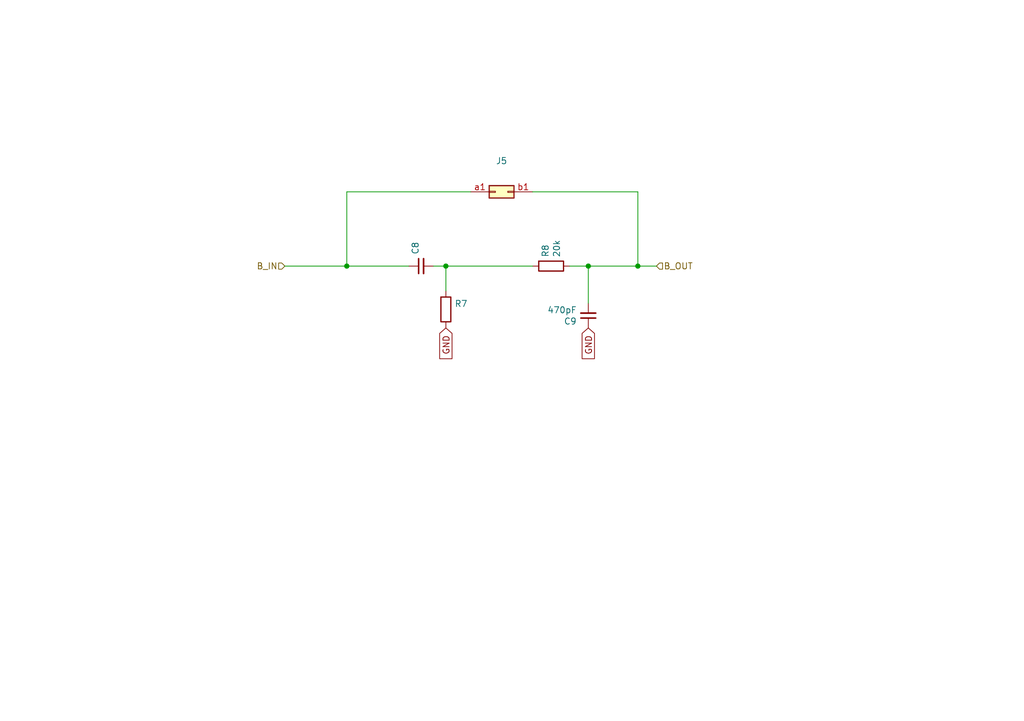
<source format=kicad_sch>
(kicad_sch (version 20211123) (generator eeschema)
  (paper "A5")
  (lib_symbols
    (symbol "Connector_Generic:Conn_02x01_Row_Letter_First" (pin_names (offset 1.016) hide)
      (property "Reference" "J" (at 1.27 2.54 0))
      (property "Value" "Conn_02x01_Row_Letter_First" (at 1.27 -2.54 0))
      (symbol "Conn_02x01_Row_Letter_First_1_1"
        (rectangle (start -1.27 0.127) (end 0 -0.127) (stroke (width 0.1524)))
        (rectangle (start -1.27 1.27) (end 3.81 -1.27) (stroke (width 0.254)) (fill (type background)))
        (rectangle (start 3.81 0.127) (end 2.54 -0.127) (stroke (width 0.1524)))
        (pin passive line (at -5.08 0 0) (length 3.81) (name "Pin_a1") (number "a1"))
        (pin passive line (at 7.62 0 180) (length 3.81) (name "Pin_b1") (number "b1"))
      )
    )
    (symbol "Device:C_Small" (pin_numbers hide) (pin_names (offset 0.254) hide)
      (property "Reference" "C" (at 0.254 1.778 0))
      (property "Value" "C_Small" (at 0.254 -2.032 0))
      (symbol "C_Small_0_1"
        (polyline (pts (xy -1.524 -0.508) (xy 1.524 -0.508)) (stroke (width 0.3302)))
        (polyline (pts (xy -1.524 0.508) (xy 1.524 0.508)) (stroke (width 0.3048)))
      )
      (symbol "C_Small_1_1"
        (pin passive line (at 0 2.54 270) (length 2.032) (name "~") (number "1"))
        (pin passive line (at 0 -2.54 90) (length 2.032) (name "~") (number "2"))
      )
    )
    (symbol "Device:R" (pin_numbers hide) (pin_names (offset 0))
      (property "Reference" "R" (at 2.032 0 90))
      (property "Value" "R" (at 0 0 90))
      (symbol "R_0_1"
        (rectangle (start -1.016 -2.54) (end 1.016 2.54) (stroke (width 0.254)))
      )
      (symbol "R_1_1"
        (pin passive line (at 0 3.81 270) (length 1.27) (name "~") (number "1"))
        (pin passive line (at 0 -3.81 90) (length 1.27) (name "~") (number "2"))
      )
    )
  )
  (junction (at 71.12 54.61))
  (junction (at 120.65 54.61))
  (junction (at 91.44 54.61))
  (junction (at 130.81 54.61))
  (wire (pts (xy 91.44 54.61) (xy 109.22 54.61)))
  (wire (pts (xy 58.42 54.61) (xy 71.12 54.61)))
  (wire (pts (xy 88.9 54.61) (xy 91.44 54.61)))
  (wire (pts (xy 120.65 54.61) (xy 120.65 62.23)))
  (wire (pts (xy 116.84 54.61) (xy 120.65 54.61)))
  (wire (pts (xy 130.81 39.37) (xy 109.22 39.37)))
  (wire (pts (xy 71.12 54.61) (xy 71.12 39.37)))
  (wire (pts (xy 130.81 54.61) (xy 130.81 39.37)))
  (wire (pts (xy 71.12 39.37) (xy 96.52 39.37)))
  (wire (pts (xy 71.12 54.61) (xy 83.82 54.61)))
  (wire (pts (xy 120.65 54.61) (xy 130.81 54.61)))
  (wire (pts (xy 91.44 54.61) (xy 91.44 59.69)))
  (wire (pts (xy 130.81 54.61) (xy 134.62 54.61)))
  (global_label "GND" (shape input) (at 91.44 67.31 270) (property "Intersheet References" "${INTERSHEET_REFS}" (effects hide)))
  (global_label "GND" (shape input) (at 120.65 67.31 270) (property "Intersheet References" "${INTERSHEET_REFS}" (effects hide)))
  (hierarchical_label "B_OUT" (shape input) (at 134.62 54.61 0))
  (hierarchical_label "B_IN" (shape input) (at 58.42 54.61 180))
  (symbol (lib_id "Connector_Generic:Conn_02x01_Row_Letter_First") (at 101.6 39.37 0) (unit 1)
    (property "Reference" "J5" (at 102.87 33.02 0))
  )
  (symbol (lib_id "Device:R") (at 91.44 63.5 0) (unit 1)
    (property "Reference" "R7" (at 93.218 62.3316 0) (effects (justify left)))
  )
  (symbol (lib_id "Device:C_Small") (at 120.65 64.77 180) (unit 1)
    (property "Reference" "C9" (at 118.3132 65.9384 0) (effects (justify left)))
    (property "Value" "470pF" (at 118.3132 63.627 0) (effects (justify left)))
  )
  (symbol (lib_id "Device:R") (at 113.03 54.61 90) (unit 1)
    (property "Reference" "R8" (at 111.8616 52.832 0) (effects (justify left)))
    (property "Value" "20k" (at 114.173 52.832 0) (effects (justify left)))
  )
  (symbol (lib_id "Device:C_Small") (at 86.36 54.61 90) (unit 1)
    (property "Reference" "C8" (at 85.1916 52.2732 0) (effects (justify left)))
  )
)
</source>
